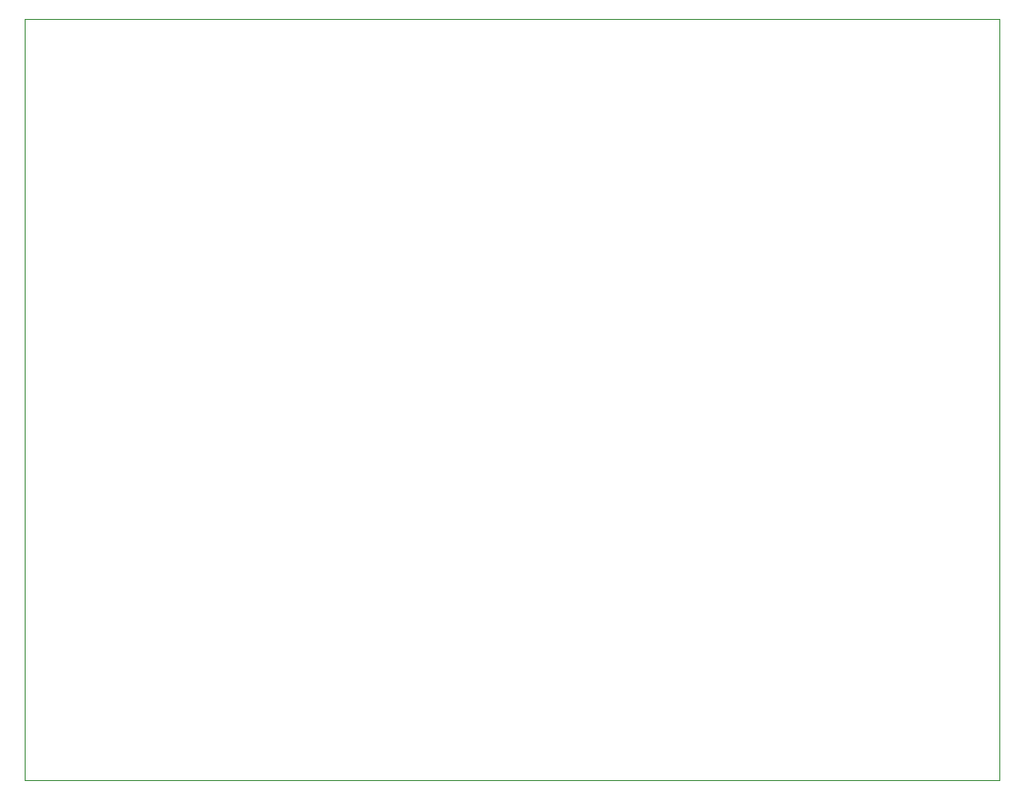
<source format=gm1>
G04 #@! TF.GenerationSoftware,KiCad,Pcbnew,(6.0.0-0)*
G04 #@! TF.CreationDate,2022-03-09T14:35:57+01:00*
G04 #@! TF.ProjectId,prototype-2,70726f74-6f74-4797-9065-2d322e6b6963,rev?*
G04 #@! TF.SameCoordinates,Original*
G04 #@! TF.FileFunction,Profile,NP*
%FSLAX46Y46*%
G04 Gerber Fmt 4.6, Leading zero omitted, Abs format (unit mm)*
G04 Created by KiCad (PCBNEW (6.0.0-0)) date 2022-03-09 14:35:57*
%MOMM*%
%LPD*%
G01*
G04 APERTURE LIST*
G04 #@! TA.AperFunction,Profile*
%ADD10C,0.100000*%
G04 #@! TD*
G04 APERTURE END LIST*
D10*
X106360000Y-50800000D02*
X193360000Y-50800000D01*
X106360000Y-118800000D02*
X106360000Y-50800000D01*
X193360000Y-118800000D02*
X193360000Y-50800000D01*
X106360000Y-118800000D02*
X193360000Y-118800000D01*
M02*

</source>
